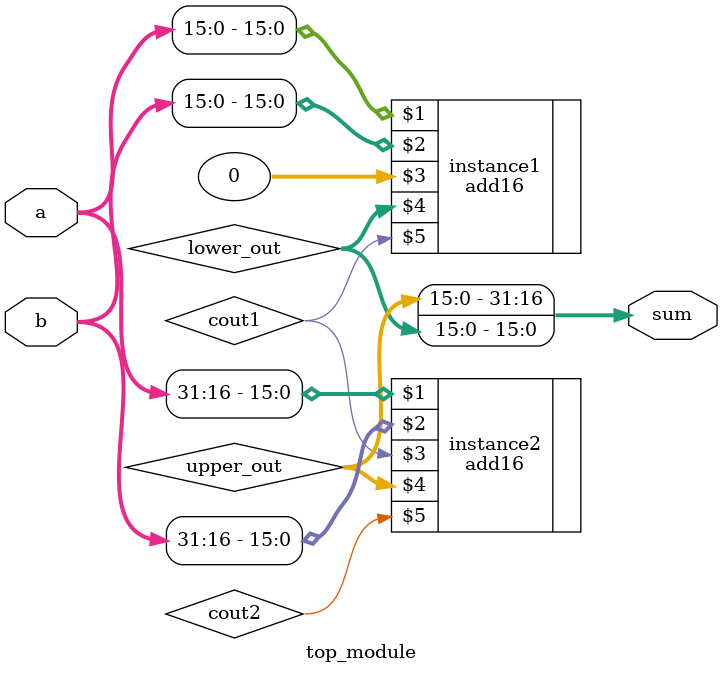
<source format=v>
module top_module(
    input [31:0] a,
    input [31:0] b,
    output [31:0] sum
);
    wire cout1, cout2;
    wire [15:0] lower_out;
    wire [15:0] upper_out;
    add16 instance1(a[15:0], b[15:0], 0, lower_out, cout1);
    add16 instance2(a[31:16], b[31:16], cout1, upper_out, cout2);
    
    assign sum = {upper_out, lower_out};

endmodule
</source>
